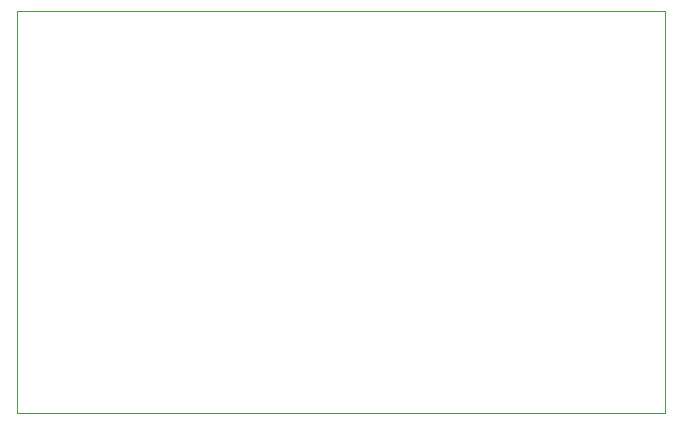
<source format=gbr>
G04 #@! TF.GenerationSoftware,KiCad,Pcbnew,5.1.6-c6e7f7d~86~ubuntu18.04.1*
G04 #@! TF.CreationDate,2020-06-27T17:21:00+01:00*
G04 #@! TF.ProjectId,UV_LED_Driver,55565f4c-4544-45f4-9472-697665722e6b,rev?*
G04 #@! TF.SameCoordinates,Original*
G04 #@! TF.FileFunction,Profile,NP*
%FSLAX46Y46*%
G04 Gerber Fmt 4.6, Leading zero omitted, Abs format (unit mm)*
G04 Created by KiCad (PCBNEW 5.1.6-c6e7f7d~86~ubuntu18.04.1) date 2020-06-27 17:21:00*
%MOMM*%
%LPD*%
G01*
G04 APERTURE LIST*
G04 #@! TA.AperFunction,Profile*
%ADD10C,0.050000*%
G04 #@! TD*
G04 APERTURE END LIST*
D10*
X203200000Y-58420000D02*
X203200000Y-92456000D01*
X148336000Y-58420000D02*
X203200000Y-58420000D01*
X148336000Y-92456000D02*
X148336000Y-58420000D01*
X203200000Y-92456000D02*
X148336000Y-92456000D01*
M02*

</source>
